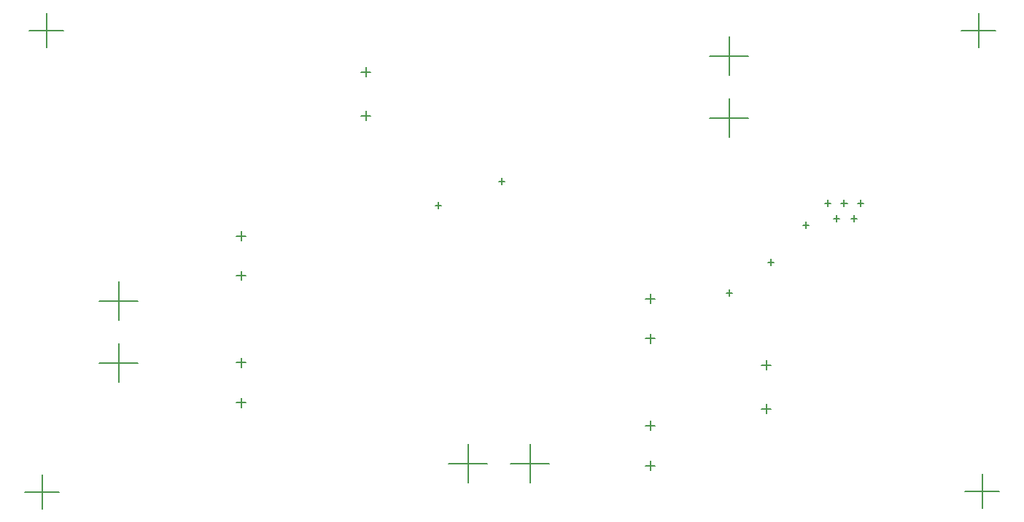
<source format=gbr>
%TF.GenerationSoftware,Altium Limited,Altium Designer,19.1.8 (144)*%
G04 Layer_Color=128*
%FSLAX26Y26*%
%MOIN*%
%TF.FileFunction,Drillmap*%
%TF.Part,Single*%
G01*
G75*
%TA.AperFunction,NonConductor*%
%ADD59C,0.005000*%
D59*
X2868347Y220157D02*
X2911653D01*
X2890000Y198504D02*
Y241811D01*
X2868150Y403228D02*
X2911457D01*
X2889803Y381575D02*
Y424882D01*
X2868347Y981968D02*
X2911653D01*
X2890000Y960315D02*
Y1003622D01*
X2868150Y800866D02*
X2911457D01*
X2889803Y779213D02*
Y822520D01*
X998228Y507874D02*
X1041535D01*
X1019882Y486221D02*
Y529528D01*
X998032Y690945D02*
X1041339D01*
X1019685Y669291D02*
Y712598D01*
X998228Y1269685D02*
X1041535D01*
X1019882Y1248032D02*
Y1291339D01*
X998032Y1088583D02*
X1041339D01*
X1019685Y1066929D02*
Y1110236D01*
X3398347Y480000D02*
X3441653D01*
X3420000Y458346D02*
Y501654D01*
X3398347Y680000D02*
X3441653D01*
X3420000Y658346D02*
Y701654D01*
X1967953Y230000D02*
X2145118D01*
X2056535Y141417D02*
Y318583D01*
X2251417Y230000D02*
X2428583D01*
X2340000Y141417D02*
Y318583D01*
X371417Y973465D02*
X548583D01*
X460000Y884882D02*
Y1062047D01*
X371417Y690000D02*
X548583D01*
X460000Y601417D02*
Y778583D01*
X3161417Y2093465D02*
X3338583D01*
X3250000Y2004882D02*
Y2182047D01*
X3161417Y1810000D02*
X3338583D01*
X3250000Y1721417D02*
Y1898583D01*
X1568347Y1820000D02*
X1611653D01*
X1590000Y1798347D02*
Y1841653D01*
X1568347Y2020000D02*
X1611653D01*
X1590000Y1998347D02*
Y2041653D01*
X51260Y2210000D02*
X208740D01*
X130000Y2131260D02*
Y2288740D01*
X31260Y100000D02*
X188740D01*
X110000Y21260D02*
Y178740D01*
X4311260Y2210000D02*
X4468740D01*
X4390000Y2131260D02*
Y2288740D01*
X4327323Y102362D02*
X4484803D01*
X4406063Y23622D02*
Y181102D01*
X3836000Y1420000D02*
X3864000D01*
X3850000Y1406000D02*
Y1434000D01*
X3761354Y1420039D02*
X3789354D01*
X3775354Y1406039D02*
Y1434039D01*
X3686000Y1420000D02*
X3714000D01*
X3700000Y1406000D02*
Y1434000D01*
X3806000Y1350000D02*
X3834000D01*
X3820000Y1336000D02*
Y1364000D01*
X3726000Y1350000D02*
X3754000D01*
X3740000Y1336000D02*
Y1364000D01*
X3586000Y1320000D02*
X3614000D01*
X3600000Y1306000D02*
Y1334000D01*
X1906000Y1410000D02*
X1934000D01*
X1920000Y1396000D02*
Y1424000D01*
X2196000Y1520000D02*
X2224000D01*
X2210000Y1506000D02*
Y1534000D01*
X3426000Y1150000D02*
X3454000D01*
X3440000Y1136000D02*
Y1164000D01*
X3236000Y1010000D02*
X3264000D01*
X3250000Y996000D02*
Y1024000D01*
%TF.MD5,f233672d925b8702b3c1cae02102ebfa*%
M02*

</source>
